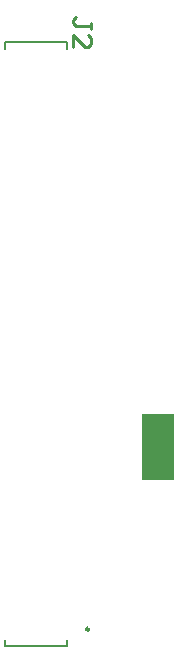
<source format=gto>
G04*
G04 #@! TF.GenerationSoftware,Altium Limited,Altium Designer,23.1.1 (15)*
G04*
G04 Layer_Color=65535*
%FSLAX44Y44*%
%MOMM*%
G71*
G04*
G04 #@! TF.SameCoordinates,3B1AC52F-6F42-4E56-A2C8-2D262157D8C9*
G04*
G04*
G04 #@! TF.FilePolarity,Positive*
G04*
G01*
G75*
%ADD10C,0.2500*%
%ADD11C,0.2000*%
%ADD12C,0.2540*%
%ADD13R,2.6670X5.5880*%
D10*
X89700Y93700D02*
G03*
X89700Y93700I-1250J0D01*
G01*
D11*
X18850Y79500D02*
Y84850D01*
Y585150D02*
Y590500D01*
X71150D01*
Y79500D02*
Y84850D01*
Y585150D02*
Y590500D01*
X18850Y79500D02*
X71150D01*
D12*
X91438Y601979D02*
Y607057D01*
Y604518D01*
X78742D01*
X76203Y607057D01*
Y609597D01*
X78742Y612136D01*
X76203Y586744D02*
Y596901D01*
X86359Y586744D01*
X88898D01*
X91438Y589283D01*
Y594362D01*
X88898Y596901D01*
D13*
X147955Y247650D02*
D03*
M02*

</source>
